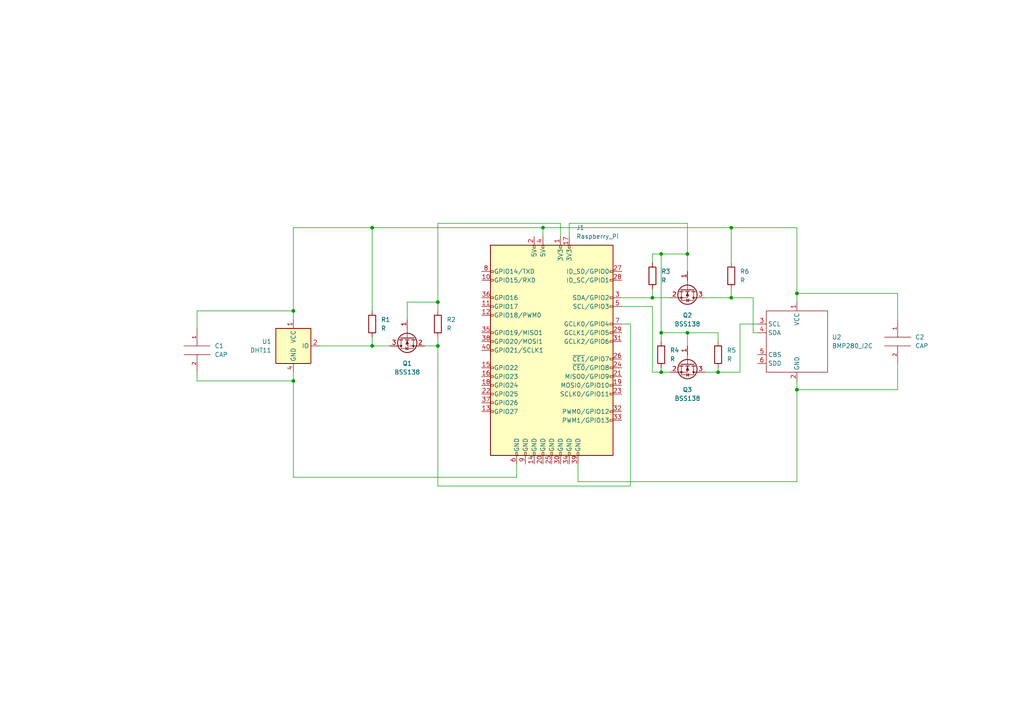
<source format=kicad_sch>
(kicad_sch (version 20211123) (generator eeschema)
  (paper "A4")
  (lib_symbols
    (symbol "Connector:Raspberry_Pi_2_3" (pin_names (offset 1.016))
      (property "Reference" "J" (at -17.78 31.75 0))
      (property "Value" "Raspberry_Pi_2_3" (at 10.16 -31.75 0))
      (symbol "Raspberry_Pi_2_3_0_1"
        (rectangle (start -17.78 30.48) (end 17.78 -30.48) (stroke (width 0.254)) (fill (type background)))
      )
      (symbol "Raspberry_Pi_2_3_1_1"
        (rectangle (start -16.891 -17.526) (end -17.78 -18.034))
        (rectangle (start -16.891 -14.986) (end -17.78 -15.494))
        (rectangle (start -16.891 -12.446) (end -17.78 -12.954))
        (rectangle (start -16.891 -9.906) (end -17.78 -10.414))
        (rectangle (start -16.891 -7.366) (end -17.78 -7.874))
        (rectangle (start -16.891 -4.826) (end -17.78 -5.334))
        (rectangle (start -16.891 0.254) (end -17.78 -0.254))
        (rectangle (start -16.891 2.794) (end -17.78 2.286))
        (rectangle (start -16.891 5.334) (end -17.78 4.826))
        (rectangle (start -16.891 10.414) (end -17.78 9.906))
        (rectangle (start -16.891 12.954) (end -17.78 12.446))
        (rectangle (start -16.891 15.494) (end -17.78 14.986))
        (rectangle (start -16.891 20.574) (end -17.78 20.066))
        (rectangle (start -16.891 23.114) (end -17.78 22.606))
        (rectangle (start -10.414 -29.591) (end -9.906 -30.48))
        (rectangle (start -7.874 -29.591) (end -7.366 -30.48))
        (rectangle (start -5.334 -29.591) (end -4.826 -30.48))
        (rectangle (start -5.334 30.48) (end -4.826 29.591))
        (rectangle (start -2.794 -29.591) (end -2.286 -30.48))
        (rectangle (start -2.794 30.48) (end -2.286 29.591))
        (rectangle (start -0.254 -29.591) (end 0.254 -30.48))
        (rectangle (start 2.286 -29.591) (end 2.794 -30.48))
        (rectangle (start 2.286 30.48) (end 2.794 29.591))
        (rectangle (start 4.826 -29.591) (end 5.334 -30.48))
        (rectangle (start 4.826 30.48) (end 5.334 29.591))
        (rectangle (start 7.366 -29.591) (end 7.874 -30.48))
        (rectangle (start 17.78 -20.066) (end 16.891 -20.574))
        (rectangle (start 17.78 -17.526) (end 16.891 -18.034))
        (rectangle (start 17.78 -12.446) (end 16.891 -12.954))
        (rectangle (start 17.78 -9.906) (end 16.891 -10.414))
        (rectangle (start 17.78 -7.366) (end 16.891 -7.874))
        (rectangle (start 17.78 -4.826) (end 16.891 -5.334))
        (rectangle (start 17.78 -2.286) (end 16.891 -2.794))
        (rectangle (start 17.78 2.794) (end 16.891 2.286))
        (rectangle (start 17.78 5.334) (end 16.891 4.826))
        (rectangle (start 17.78 7.874) (end 16.891 7.366))
        (rectangle (start 17.78 12.954) (end 16.891 12.446))
        (rectangle (start 17.78 15.494) (end 16.891 14.986))
        (rectangle (start 17.78 20.574) (end 16.891 20.066))
        (rectangle (start 17.78 23.114) (end 16.891 22.606))
        (pin power_in line (at 2.54 33.02 270) (length 2.54) (name "3V3") (number "1"))
        (pin bidirectional line (at -20.32 20.32 0) (length 2.54) (name "GPIO15/RXD") (number "10"))
        (pin bidirectional line (at -20.32 12.7 0) (length 2.54) (name "GPIO17") (number "11"))
        (pin bidirectional line (at -20.32 10.16 0) (length 2.54) (name "GPIO18/PWM0") (number "12"))
        (pin bidirectional line (at -20.32 -17.78 0) (length 2.54) (name "GPIO27") (number "13"))
        (pin power_in line (at -5.08 -33.02 90) (length 2.54) (name "GND") (number "14"))
        (pin bidirectional line (at -20.32 -5.08 0) (length 2.54) (name "GPIO22") (number "15"))
        (pin bidirectional line (at -20.32 -7.62 0) (length 2.54) (name "GPIO23") (number "16"))
        (pin power_in line (at 5.08 33.02 270) (length 2.54) (name "3V3") (number "17"))
        (pin bidirectional line (at -20.32 -10.16 0) (length 2.54) (name "GPIO24") (number "18"))
        (pin bidirectional line (at 20.32 -10.16 180) (length 2.54) (name "MOSI0/GPIO10") (number "19"))
        (pin power_in line (at -5.08 33.02 270) (length 2.54) (name "5V") (number "2"))
        (pin power_in line (at -2.54 -33.02 90) (length 2.54) (name "GND") (number "20"))
        (pin bidirectional line (at 20.32 -7.62 180) (length 2.54) (name "MISO0/GPIO9") (number "21"))
        (pin bidirectional line (at -20.32 -12.7 0) (length 2.54) (name "GPIO25") (number "22"))
        (pin bidirectional line (at 20.32 -12.7 180) (length 2.54) (name "SCLK0/GPIO11") (number "23"))
        (pin bidirectional line (at 20.32 -5.08 180) (length 2.54) (name "~{CE0}/GPIO8") (number "24"))
        (pin power_in line (at 0 -33.02 90) (length 2.54) (name "GND") (number "25"))
        (pin bidirectional line (at 20.32 -2.54 180) (length 2.54) (name "~{CE1}/GPIO7") (number "26"))
        (pin bidirectional line (at 20.32 22.86 180) (length 2.54) (name "ID_SD/GPIO0") (number "27"))
        (pin bidirectional line (at 20.32 20.32 180) (length 2.54) (name "ID_SC/GPIO1") (number "28"))
        (pin bidirectional line (at 20.32 5.08 180) (length 2.54) (name "GCLK1/GPIO5") (number "29"))
        (pin bidirectional line (at 20.32 15.24 180) (length 2.54) (name "SDA/GPIO2") (number "3"))
        (pin power_in line (at 2.54 -33.02 90) (length 2.54) (name "GND") (number "30"))
        (pin bidirectional line (at 20.32 2.54 180) (length 2.54) (name "GCLK2/GPIO6") (number "31"))
        (pin bidirectional line (at 20.32 -17.78 180) (length 2.54) (name "PWM0/GPIO12") (number "32"))
        (pin bidirectional line (at 20.32 -20.32 180) (length 2.54) (name "PWM1/GPIO13") (number "33"))
        (pin power_in line (at 5.08 -33.02 90) (length 2.54) (name "GND") (number "34"))
        (pin bidirectional line (at -20.32 5.08 0) (length 2.54) (name "GPIO19/MISO1") (number "35"))
        (pin bidirectional line (at -20.32 15.24 0) (length 2.54) (name "GPIO16") (number "36"))
        (pin bidirectional line (at -20.32 -15.24 0) (length 2.54) (name "GPIO26") (number "37"))
        (pin bidirectional line (at -20.32 2.54 0) (length 2.54) (name "GPIO20/MOSI1") (number "38"))
        (pin power_in line (at 7.62 -33.02 90) (length 2.54) (name "GND") (number "39"))
        (pin power_in line (at -2.54 33.02 270) (length 2.54) (name "5V") (number "4"))
        (pin bidirectional line (at -20.32 0 0) (length 2.54) (name "GPIO21/SCLK1") (number "40"))
        (pin bidirectional line (at 20.32 12.7 180) (length 2.54) (name "SCL/GPIO3") (number "5"))
        (pin power_in line (at -10.16 -33.02 90) (length 2.54) (name "GND") (number "6"))
        (pin bidirectional line (at 20.32 7.62 180) (length 2.54) (name "GCLK0/GPIO4") (number "7"))
        (pin bidirectional line (at -20.32 22.86 0) (length 2.54) (name "GPIO14/TXD") (number "8"))
        (pin power_in line (at -7.62 -33.02 90) (length 2.54) (name "GND") (number "9"))
      )
    )
    (symbol "Custom2:BMP280_I2C"
      (property "Reference" "U" (at 0 1.27 0))
      (property "Value" "BMP280_I2C" (at 0 -1.27 0))
      (symbol "BMP280_I2C_0_1"
        (rectangle (start -8.89 8.89) (end 8.89 -8.89))
      )
      (symbol "BMP280_I2C_1_1"
        (pin power_in line (at 0 11.43 270) (length 2.54) (name "VCC") (number "1"))
        (pin power_in line (at 0 -11.43 90) (length 2.54) (name "GND") (number "2"))
        (pin open_collector line (at -11.43 5.08 0) (length 2.54) (name "SCL") (number "3"))
        (pin open_collector line (at -11.43 2.54 0) (length 2.54) (name "SDA") (number "4"))
        (pin open_collector line (at -11.43 -3.81 0) (length 2.54) (name "CBS") (number "5"))
        (pin open_collector line (at -11.43 -6.35 0) (length 2.54) (name "SDD") (number "6"))
      )
    )
    (symbol "Device:R" (pin_numbers hide) (pin_names (offset 0))
      (property "Reference" "R" (at 2.032 0 90))
      (property "Value" "R" (at 0 0 90))
      (symbol "R_0_1"
        (rectangle (start -1.016 -2.54) (end 1.016 2.54) (stroke (width 0.254)))
      )
      (symbol "R_1_1"
        (pin passive line (at 0 3.81 270) (length 1.27) (name "~") (number "1"))
        (pin passive line (at 0 -3.81 90) (length 1.27) (name "~") (number "2"))
      )
    )
    (symbol "Sensor:DHT11"
      (property "Reference" "U" (at -3.81 6.35 0))
      (property "Value" "DHT11" (at 3.81 6.35 0))
      (symbol "DHT11_0_1"
        (rectangle (start -5.08 5.08) (end 5.08 -5.08) (stroke (width 0.254)) (fill (type background)))
      )
      (symbol "DHT11_1_1"
        (pin power_in line (at 0 7.62 270) (length 2.54) (name "VCC") (number "1"))
        (pin bidirectional line (at 7.62 0 180) (length 2.54) (name "IO") (number "2"))
        (pin no_connect line (at -5.08 0 0) (length 2.54) hide (name "NC") (number "3"))
        (pin power_in line (at 0 -7.62 90) (length 2.54) (name "GND") (number "4"))
      )
    )
    (symbol "Transistor_FET:BSS138" (pin_names hide)
      (property "Reference" "Q" (at 5.08 1.905 0))
      (property "Value" "BSS138" (at 5.08 0 0))
      (symbol "BSS138_0_1"
        (polyline (pts (xy 0.254 0) (xy -2.54 0)))
        (polyline (pts (xy 0.254 1.905) (xy 0.254 -1.905)) (stroke (width 0.254)))
        (polyline (pts (xy 0.762 -1.27) (xy 0.762 -2.286)) (stroke (width 0.254)))
        (polyline (pts (xy 0.762 0.508) (xy 0.762 -0.508)) (stroke (width 0.254)))
        (polyline (pts (xy 0.762 2.286) (xy 0.762 1.27)) (stroke (width 0.254)))
        (polyline (pts (xy 2.54 2.54) (xy 2.54 1.778)))
        (polyline (pts (xy 2.54 -2.54) (xy 2.54 0) (xy 0.762 0)))
        (polyline (pts (xy 0.762 -1.778) (xy 3.302 -1.778) (xy 3.302 1.778) (xy 0.762 1.778)))
        (polyline (pts (xy 1.016 0) (xy 2.032 0.381) (xy 2.032 -0.381) (xy 1.016 0)) (fill (type outline)))
        (polyline (pts (xy 2.794 0.508) (xy 2.921 0.381) (xy 3.683 0.381) (xy 3.81 0.254)))
        (polyline (pts (xy 3.302 0.381) (xy 2.921 -0.254) (xy 3.683 -0.254) (xy 3.302 0.381)))
        (circle (center 1.651 0) (radius 2.794) (stroke (width 0.254)))
        (circle (center 2.54 -1.778) (radius 0.254) (fill (type outline)))
        (circle (center 2.54 1.778) (radius 0.254) (fill (type outline)))
      )
      (symbol "BSS138_1_1"
        (pin input line (at -5.08 0 0) (length 2.54) (name "G") (number "1"))
        (pin passive line (at 2.54 -5.08 90) (length 2.54) (name "S") (number "2"))
        (pin passive line (at 2.54 5.08 270) (length 2.54) (name "D") (number "3"))
      )
    )
    (symbol "pspice:CAP" (pin_names (offset 0.254))
      (property "Reference" "C" (at 2.54 3.81 90))
      (property "Value" "CAP" (at 2.54 -3.81 90))
      (symbol "CAP_0_1"
        (polyline (pts (xy -3.81 -1.27) (xy 3.81 -1.27)))
        (polyline (pts (xy -3.81 1.27) (xy 3.81 1.27)))
      )
      (symbol "CAP_1_1"
        (pin passive line (at 0 6.35 270) (length 5.08) (name "~") (number "1"))
        (pin passive line (at 0 -6.35 90) (length 5.08) (name "~") (number "2"))
      )
    )
  )
  (junction (at 127 100.33))
  (junction (at 157.48 66.04))
  (junction (at 107.95 66.04))
  (junction (at 212.09 86.36))
  (junction (at 191.77 107.95))
  (junction (at 191.77 73.66))
  (junction (at 107.95 100.33))
  (junction (at 212.09 66.04))
  (junction (at 85.09 90.17))
  (junction (at 189.23 86.36))
  (junction (at 85.09 110.49))
  (junction (at 199.39 96.52))
  (junction (at 191.77 96.52))
  (junction (at 199.39 73.66))
  (junction (at 208.28 107.95))
  (junction (at 127 87.63))
  (junction (at 231.14 113.03))
  (junction (at 231.14 85.09))
  (wire (pts (xy 57.15 110.49) (xy 85.09 110.49)))
  (wire (pts (xy 199.39 64.77) (xy 199.39 73.66)))
  (wire (pts (xy 189.23 73.66) (xy 189.23 76.2)))
  (wire (pts (xy 182.88 140.97) (xy 127 140.97)))
  (wire (pts (xy 85.09 138.43) (xy 149.86 138.43)))
  (wire (pts (xy 92.71 100.33) (xy 107.95 100.33)))
  (wire (pts (xy 57.15 107.95) (xy 57.15 110.49)))
  (wire (pts (xy 85.09 110.49) (xy 85.09 138.43)))
  (wire (pts (xy 85.09 92.71) (xy 85.09 90.17)))
  (wire (pts (xy 191.77 99.06) (xy 191.77 96.52)))
  (wire (pts (xy 191.77 107.95) (xy 194.31 107.95)))
  (wire (pts (xy 182.88 93.98) (xy 182.88 140.97)))
  (wire (pts (xy 85.09 90.17) (xy 57.15 90.17)))
  (wire (pts (xy 165.1 68.58) (xy 165.1 64.77)))
  (wire (pts (xy 191.77 73.66) (xy 191.77 96.52)))
  (wire (pts (xy 204.47 107.95) (xy 208.28 107.95)))
  (wire (pts (xy 231.14 113.03) (xy 231.14 139.7)))
  (wire (pts (xy 214.63 93.98) (xy 214.63 107.95)))
  (wire (pts (xy 231.14 110.49) (xy 231.14 113.03)))
  (wire (pts (xy 260.35 105.41) (xy 260.35 113.03)))
  (wire (pts (xy 85.09 110.49) (xy 85.09 107.95)))
  (wire (pts (xy 218.44 86.36) (xy 218.44 96.52)))
  (wire (pts (xy 191.77 106.68) (xy 191.77 107.95)))
  (wire (pts (xy 199.39 73.66) (xy 191.77 73.66)))
  (wire (pts (xy 199.39 96.52) (xy 208.28 96.52)))
  (wire (pts (xy 127 90.17) (xy 127 87.63)))
  (wire (pts (xy 208.28 96.52) (xy 208.28 99.06)))
  (wire (pts (xy 107.95 66.04) (xy 157.48 66.04)))
  (wire (pts (xy 167.64 139.7) (xy 167.64 134.62)))
  (wire (pts (xy 180.34 88.9) (xy 189.23 88.9)))
  (wire (pts (xy 191.77 96.52) (xy 199.39 96.52)))
  (wire (pts (xy 127 140.97) (xy 127 100.33)))
  (wire (pts (xy 212.09 83.82) (xy 212.09 86.36)))
  (wire (pts (xy 212.09 86.36) (xy 218.44 86.36)))
  (wire (pts (xy 127 64.77) (xy 127 87.63)))
  (wire (pts (xy 189.23 83.82) (xy 189.23 86.36)))
  (wire (pts (xy 157.48 66.04) (xy 212.09 66.04)))
  (wire (pts (xy 118.11 87.63) (xy 118.11 92.71)))
  (wire (pts (xy 189.23 88.9) (xy 189.23 107.95)))
  (wire (pts (xy 127 100.33) (xy 123.19 100.33)))
  (wire (pts (xy 107.95 90.17) (xy 107.95 66.04)))
  (wire (pts (xy 199.39 78.74) (xy 199.39 73.66)))
  (wire (pts (xy 180.34 93.98) (xy 182.88 93.98)))
  (wire (pts (xy 85.09 66.04) (xy 85.09 90.17)))
  (wire (pts (xy 157.48 66.04) (xy 157.48 68.58)))
  (wire (pts (xy 204.47 86.36) (xy 212.09 86.36)))
  (wire (pts (xy 180.34 86.36) (xy 189.23 86.36)))
  (wire (pts (xy 127 87.63) (xy 118.11 87.63)))
  (wire (pts (xy 85.09 66.04) (xy 107.95 66.04)))
  (wire (pts (xy 162.56 68.58) (xy 162.56 64.77)))
  (wire (pts (xy 231.14 139.7) (xy 167.64 139.7)))
  (wire (pts (xy 189.23 86.36) (xy 194.31 86.36)))
  (wire (pts (xy 107.95 100.33) (xy 113.03 100.33)))
  (wire (pts (xy 214.63 107.95) (xy 208.28 107.95)))
  (wire (pts (xy 219.71 93.98) (xy 214.63 93.98)))
  (wire (pts (xy 149.86 138.43) (xy 149.86 134.62)))
  (wire (pts (xy 212.09 66.04) (xy 212.09 76.2)))
  (wire (pts (xy 199.39 96.52) (xy 199.39 100.33)))
  (wire (pts (xy 57.15 90.17) (xy 57.15 95.25)))
  (wire (pts (xy 231.14 113.03) (xy 260.35 113.03)))
  (wire (pts (xy 212.09 66.04) (xy 231.14 66.04)))
  (wire (pts (xy 231.14 66.04) (xy 231.14 85.09)))
  (wire (pts (xy 260.35 85.09) (xy 260.35 92.71)))
  (wire (pts (xy 218.44 96.52) (xy 219.71 96.52)))
  (wire (pts (xy 191.77 73.66) (xy 189.23 73.66)))
  (wire (pts (xy 231.14 85.09) (xy 260.35 85.09)))
  (wire (pts (xy 208.28 106.68) (xy 208.28 107.95)))
  (wire (pts (xy 107.95 97.79) (xy 107.95 100.33)))
  (wire (pts (xy 127 97.79) (xy 127 100.33)))
  (wire (pts (xy 231.14 85.09) (xy 231.14 87.63)))
  (wire (pts (xy 189.23 107.95) (xy 191.77 107.95)))
  (wire (pts (xy 165.1 64.77) (xy 199.39 64.77)))
  (wire (pts (xy 162.56 64.77) (xy 127 64.77)))
  (symbol (lib_id "Device:R") (at 208.28 102.87 0) (unit 1)
    (property "Reference" "R5" (at 210.82 101.5999 0) (effects (justify left)))
    (property "Value" "R" (at 210.82 104.1399 0) (effects (justify left)))
  )
  (symbol (lib_id "Device:R") (at 107.95 93.98 0) (unit 1)
    (property "Reference" "R1" (at 110.49 92.7099 0) (effects (justify left)))
    (property "Value" "R" (at 110.49 95.2499 0) (effects (justify left)))
  )
  (symbol (lib_id "Device:R") (at 191.77 102.87 0) (unit 1)
    (property "Reference" "R4" (at 194.31 101.5999 0) (effects (justify left)))
    (property "Value" "R" (at 194.31 104.1399 0) (effects (justify left)))
  )
  (symbol (lib_id "Transistor_FET:BSS138") (at 199.39 105.41 270) (unit 1)
    (property "Reference" "Q3" (at 199.39 113.03 90))
    (property "Value" "BSS138" (at 199.39 115.57 90))
    (property "Footprint" "Package_TO_SOT_SMD:SOT-23" (effects hide))
    (property "Datasheet" "https://www.onsemi.com/pub/Collateral/BSS138-D.PDF" (effects hide))
  )
  (symbol (lib_id "Device:R") (at 189.23 80.01 0) (unit 1)
    (property "Reference" "R3" (at 191.77 78.7399 0) (effects (justify left)))
    (property "Value" "R" (at 191.77 81.2799 0) (effects (justify left)))
  )
  (symbol (lib_id "Connector:Raspberry_Pi_2_3") (at 160.02 101.6 0) (unit 1)
    (property "Reference" "J1" (at 167.1194 66.04 0) (effects (justify left)))
    (property "Value" "Raspberry_Pi" (at 167.1194 68.58 0) (effects (justify left)))
    (property "Datasheet" "https://www.raspberrypi.org/documentation/hardware/raspberrypi/schematics/rpi_SCH_3bplus_1p0_reduced.pdf" (effects hide))
  )
  (symbol (lib_id "Device:R") (at 212.09 80.01 0) (unit 1)
    (property "Reference" "R6" (at 214.63 78.7399 0) (effects (justify left)))
    (property "Value" "R" (at 214.63 81.2799 0) (effects (justify left)))
  )
  (symbol (lib_id "Custom2:BMP280_I2C") (at 231.14 99.06 0) (unit 1)
    (property "Reference" "U2" (at 241.3 97.7899 0) (effects (justify left)))
    (property "Value" "BMP280_I2C" (at 241.3 100.3299 0) (effects (justify left)))
  )
  (symbol (lib_id "Device:R") (at 127 93.98 0) (unit 1)
    (property "Reference" "R2" (at 129.54 92.7099 0) (effects (justify left)))
    (property "Value" "R" (at 129.54 95.2499 0) (effects (justify left)))
  )
  (symbol (lib_id "Transistor_FET:BSS138") (at 199.39 83.82 270) (unit 1)
    (property "Reference" "Q2" (at 199.39 91.44 90))
    (property "Value" "BSS138" (at 199.39 93.98 90))
    (property "Footprint" "Package_TO_SOT_SMD:SOT-23" (effects hide))
    (property "Datasheet" "https://www.onsemi.com/pub/Collateral/BSS138-D.PDF" (effects hide))
  )
  (symbol (lib_id "Sensor:DHT11") (at 85.09 100.33 0) (unit 1)
    (property "Reference" "U1" (at 78.74 99.0599 0) (effects (justify right)))
    (property "Value" "DHT11" (at 78.74 101.5999 0) (effects (justify right)))
    (property "Footprint" "Sensor:Aosong_DHT11_5.5x12.0_P2.54mm" (effects hide))
    (property "Datasheet" "http://akizukidenshi.com/download/ds/aosong/DHT11.pdf" (effects hide))
  )
  (symbol (lib_id "pspice:CAP") (at 260.35 99.06 0) (unit 1)
    (property "Reference" "C2" (at 265.43 97.7899 0) (effects (justify left)))
    (property "Value" "CAP" (at 265.43 100.3299 0) (effects (justify left)))
  )
  (symbol (lib_id "pspice:CAP") (at 57.15 101.6 0) (unit 1)
    (property "Reference" "C1" (at 62.23 100.3299 0) (effects (justify left)))
    (property "Value" "CAP" (at 62.23 102.8699 0) (effects (justify left)))
  )
  (symbol (lib_id "Transistor_FET:BSS138") (at 118.11 97.79 90) (mirror x) (unit 1)
    (property "Reference" "Q1" (at 118.11 105.41 90))
    (property "Value" "BSS138" (at 118.11 107.95 90))
    (property "Footprint" "Package_TO_SOT_SMD:SOT-23" (effects hide))
    (property "Datasheet" "https://www.onsemi.com/pub/Collateral/BSS138-D.PDF" (effects hide))
  )
)
</source>
